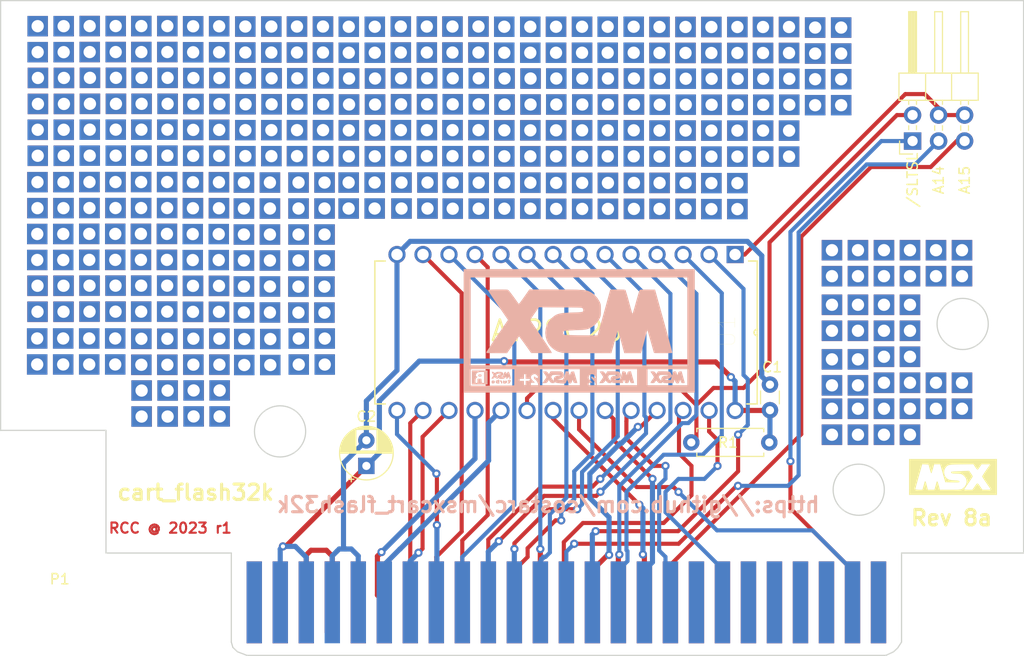
<source format=kicad_pcb>
(kicad_pcb (version 20240108) (generator "pcbnew") (generator_version "8.0")
  (title_block (title "MSX EEPROM Cartridge") (date "2023-03-17") (rev "8a") (company "RCC"))
  (layers (0 "F.Cu" signal) (31 "B.Cu" signal) (34 "B.Paste" user) (35 "F.Paste" user) (36 "B.SilkS" user "B.Silkscreen") (37 "F.SilkS" user "F.Silkscreen") (38 "B.Mask" user) (39 "F.Mask" user) (44 "Edge.Cuts" user))
  (net 0 "")
  (net 1 "+5V")
  (net 2 "GNDREF")
  (net 3 "A14")
  (net 4 "Net-(P1-Pad44)")
  (net 5 "D6")
  (net 6 "D4")
  (net 7 "D2")
  (net 8 "D0")
  (net 9 "A4")
  (net 10 "A2")
  (net 11 "A0")
  (net 12 "A13")
  (net 13 "A8")
  (net 14 "A6")
  (net 15 "A10")
  (net 16 "D7")
  (net 17 "D5")
  (net 18 "D3")
  (net 19 "D1")
  (net 20 "A5")
  (net 21 "A3")
  (net 22 "A1")
  (net 23 "A12")
  (net 24 "A7")
  (net 25 "A11")
  (net 26 "A9")
  (net 27 "wr")
  (net 28 "cs2")
  (net 29 "cs12")
  (net 30 "cs1")
  (net 31 "sltsl")
  (net 36 "A15")
  (net 39 "rd")
  (net 48 "mem_A14")
  (net 49 "mem_ce")
  (footprint "Connector_Wire:SolderWirePad_2x02_P2.54mm_Drill0.8mm" (layer "F.Cu") (at 92.22678 30.719363)
    (property "Reference" "_" (hide yes))
    (property "Value" "_" (hide yes))
  )
  (footprint "Connector_Wire:SolderWirePad_2x02_P2.54mm_Drill0.8mm" (layer "F.Cu") (at 87.18234 30.719363)
    (property "Reference" "_" (hide yes))
    (property "Value" "_" (hide yes))
  )
  (footprint "Connector_Wire:SolderWirePad_2x02_P2.54mm_Drill0.8mm" (layer "F.Cu") (at 77.04266 30.719363)
    (property "Reference" "_" (hide yes))
    (property "Value" "_" (hide yes))
  )
  (footprint "Connector_Wire:SolderWirePad_2x02_P2.54mm_Drill0.8mm" (layer "F.Cu") (at 82.10234 30.739683)
    (property "Reference" "_" (hide yes))
    (property "Value" "_" (hide yes))
  )
  (footprint "Connector_Wire:SolderWirePad_2x02_P2.54mm_Drill0.8mm" (layer "F.Cu") (at 71.99822 30.719363)
    (property "Reference" "_" (hide yes))
    (property "Value" "_" (hide yes))
  )
  (footprint "Connector_Wire:SolderWirePad_2x02_P2.54mm_Drill0.8mm" (layer "F.Cu") (at 66.90298 30.693963)
    (property "Reference" "_" (hide yes))
    (property "Value" "_" (hide yes))
  )
  (footprint "Connector_Wire:SolderWirePad_2x02_P2.54mm_Drill0.8mm" (layer "F.Cu") (at 56.79886 30.673643)
    (property "Reference" "_" (hide yes))
    (property "Value" "_" (hide yes))
  )
  (footprint "Connector_Wire:SolderWirePad_2x02_P2.54mm_Drill0.8mm" (layer "F.Cu") (at 97.28646 30.739683)
    (property "Reference" "_" (hide yes))
    (property "Value" "_" (hide yes))
  )
  (footprint "Connector_Wire:SolderWirePad_2x02_P2.54mm_Drill0.8mm" (layer "F.Cu") (at 66.88266 45.939043)
    (property "Reference" "_" (hide yes))
    (property "Value" "_" (hide yes))
  )
  (footprint "Connector_Wire:SolderWirePad_2x02_P2.54mm_Drill0.8mm" (layer "F.Cu") (at 56.77854 45.918723)
    (property "Reference" "_" (hide yes))
    (property "Value" "_" (hide yes))
  )
  (footprint "Connector_Wire:SolderWirePad_2x02_P2.54mm_Drill0.8mm" (layer "F.Cu") (at 61.87014 66.294603)
    (property "Reference" "_" (hide yes))
    (property "Value" "_" (hide yes))
  )
  (footprint "Connector_Wire:SolderWirePad_2x02_P2.54mm_Drill0.8mm" (layer "F.Cu") (at 66.92474 61.224763)
    (property "Reference" "_" (hide yes))
    (property "Value" "_" (hide yes))
  )
  (footprint "MyFootprints:DIP254P1524X482-28" (layer "F.Cu") (at 86.80896 68.240243 -90)
    (property "Reference" "U1")
    (property "Value" "AT28C256-15PU")
  )
  (footprint "MyFootprints:msxlogo" (layer "F.Cu") (at 141.081751 74.716969)
    (property "Reference" "G***" (hide yes))
    (property "Value" "LOGO" (hide yes))
  )
  (footprint "Connector_Wire:SolderWirePad_2x02_P2.54mm_Drill0.8mm" (layer "F.Cu") (at 61.84474 61.234923)
    (property "Reference" "_" (hide yes))
    (property "Value" "_" (hide yes))
  )
  (footprint "Connector_Wire:SolderWirePad_2x02_P2.54mm_Drill0.8mm" (layer "F.Cu") (at 66.95014 66.284443)
    (property "Reference" "_" (hide yes))
    (property "Value" "_" (hide yes))
  )
  (footprint "Connector_Wire:SolderWirePad_2x02_P2.54mm_Drill0.8mm" (layer "F.Cu") (at 87.20774 35.779043)
    (property "Reference" "_" (hide yes))
    (property "Value" "_" (hide yes))
  )
  (footprint "Connector_Wire:SolderWirePad_2x02_P2.54mm_Drill0.8mm" (layer "F.Cu") (at 102.34106 30.739683)
    (property "Reference" "_" (hide yes))
    (property "Value" "_" (hide yes))
  )
  (footprint "Connector_Wire:SolderWirePad_2x02_P2.54mm_Drill0.8mm" (layer "F.Cu") (at 61.8433 30.673643)
    (property "Reference" "_" (hide yes))
    (property "Value" "_" (hide yes))
  )
  (footprint "Connector_Wire:SolderWirePad_2x02_P2.54mm_Drill0.8mm" (layer "F.Cu") (at 72.02362 35.779043)
    (property "Reference" "_" (hide yes))
    (property "Value" "_" (hide yes))
  )
  (footprint "Connector_Wire:SolderWirePad_2x02_P2.54mm_Drill0.8mm" (layer "F.Cu") (at 77.06806 35.779043)
    (property "Reference" "_" (hide yes))
    (property "Value" "_" (hide yes))
  )
  (footprint "Connector_Wire:SolderWirePad_2x02_P2.54mm_Drill0.8mm" (layer "F.Cu") (at 51.71886 30.683803)
    (property "Reference" "_" (hide yes))
    (property "Value" "_" (hide yes))
  )
  (footprint "Connector_Wire:SolderWirePad_2x02_P2.54mm_Drill0.8mm" (layer "F.Cu") (at 66.92838 35.753643)
    (property "Reference" "_" (hide yes))
    (property "Value" "_" (hide yes))
  )
  (footprint "Connector_Wire:SolderWirePad_2x02_P2.54mm_Drill0.8mm" (layer "F.Cu") (at 56.82426 35.733323)
    (property "Reference" "_" (hide yes))
    (property "Value" "_" (hide yes))
  )
  (footprint "Connector_Wire:SolderWirePad_2x02_P2.54mm_Drill0.8mm" (layer "F.Cu") (at 92.25218 35.779043)
    (property "Reference" "_" (hide yes))
    (property "Value" "_" (hide yes))
  )
  (footprint "Connector_Wire:SolderWirePad_2x02_P2.54mm_Drill0.8mm" (layer "F.Cu") (at 97.31186 35.799363)
    (property "Reference" "_" (hide yes))
    (property "Value" "_" (hide yes))
  )
  (footprint "Connector_Wire:SolderWirePad_2x02_P2.54mm_Drill0.8mm" (layer "F.Cu") (at 102.34614 40.864123)
    (property "Reference" "_" (hide yes))
    (property "Value" "_" (hide yes))
  )
  (footprint "Connector_Wire:SolderWirePad_2x02_P2.54mm_Drill0.8mm" (layer "F.Cu") (at 87.18742 40.843803)
    (property "Reference" "_" (hide yes))
    (property "Value" "_" (hide yes))
  )
  (footprint "Connector_Wire:SolderWirePad_2x02_P2.54mm_Drill0.8mm" (layer "F.Cu") (at 92.23186 40.843803)
    (property "Reference" "_" (hide yes))
    (property "Value" "_" (hide yes))
  )
  (footprint "Connector_Wire:SolderWirePad_2x02_P2.54mm_Drill0.8mm" (layer "F.Cu") (at 97.29154 40.864123)
    (property "Reference" "_" (hide yes))
    (property "Value" "_" (hide yes))
  )
  (footprint "Capacitor_THT:CP_Radial_D5.0mm_P2.50mm" (layer "F.Cu") (at 83.82 73.66 90)
    (property "Reference" "C2")
    (property "Value" "100uF" (hide yes))
  )
  (footprint "Resistor_THT:R_Axial_DIN0207_L6.3mm_D2.5mm_P7.62mm_Horizontal" (layer "F.Cu") (at 123.16906 71.364443 180)
    (property "Reference" "R1")
    (property "Value" "10K" (hide yes))
  )
  (footprint "Capacitor_THT:C_Disc_D3.0mm_W1.6mm_P2.50mm" (layer "F.Cu") (at 123.23256 68.214843 90)
    (property "Reference" "C1")
    (property "Value" "100nF" (hide yes))
  )
  (footprint "Roni Footprints:MSX_CART_SW_Official_3Holes" (layer "F.Cu") (at 97.051146 56.78641)
    (property "Reference" "P1")
    (property "Value" "MSX_CONNECTOR")
    (fp_line (start -48.95 13.4) (end -48.95 -28.6) (stroke (width 0.12)) (layer "Edge.Cuts"))
    (fp_line (start -48.95 13.4) (end -38.66 13.4) (stroke (width 0.12)) (layer "Edge.Cuts"))
    (fp_line (start -38.66 13.4) (end -38.66 25.388435) (stroke (width 0.12)) (layer "Edge.Cuts"))
    (fp_line (start -38.66 25.388435) (end -26.42 25.388435) (stroke (width 0.12)) (layer "Edge.Cuts"))
    (fp_line (start -26.42 34.091713) (end -26.42 25.388435) (stroke (width 0.12)) (layer "Edge.Cuts"))
    (fp_line (start -26.42 34.091713) (end -26.268836 34.609987) (stroke (width 0.12)) (layer "Edge.Cuts"))
    (fp_line (start -26.268836 34.609987) (end -25.815346 35.041883) (stroke (width 0.12)) (layer "Edge.Cuts"))
    (fp_line (start -25.815346 35.041883) (end -24.892279 35.390806) (stroke (width 0.12)) (layer "Edge.Cuts"))
    (fp_line (start -24.892279 35.390806) (end 37.500957 35.390806) (stroke (width 0.12)) (layer "Edge.Cuts"))
    (fp_line (start 37.500957 35.390806) (end 38.24498 35.044512) (stroke (width 0.12)) (layer "Edge.Cuts"))
    (fp_line (start 38.24498 35.044512) (end 38.647705 34.674006) (stroke (width 0.12)) (layer "Edge.Cuts"))
    (fp_line (start 38.647705 34.674006) (end 39.03 34.091713) (stroke (width 0.12)) (layer "Edge.Cuts"))
    (fp_line (start 39.03 25.388435) (end 39.03 34.091713) (stroke (width 0.12)) (layer "Edge.Cuts"))
    (fp_line (start 39.03 25.388435) (end 50.95 25.388435) (stroke (width 0.12)) (layer "Edge.Cuts"))
    (fp_line (start 50.95 -28.6) (end -48.95 -28.6) (stroke (width 0.12)) (layer "Edge.Cuts"))
    (fp_line (start 50.95 -28.6) (end 50.95 25.388435) (stroke (width 0.12)) (layer "Edge.Cuts"))
    (fp_circle (center -21.66 13.5) (end -19.16 13.5) (stroke (width 0.12)) (fill none) (layer "Edge.Cuts"))
    (fp_circle (center 34.85 19.2) (end 37.35 19.2) (stroke (width 0.12)) (fill none) (layer "Edge.Cuts"))
    (fp_circle (center 45 3) (end 47.5 3) (stroke (width 0.12)) (fill none) (layer "Edge.Cuts"))
  )
  (footprint "Connector_Wire:SolderWirePad_2x02_P2.54mm_Drill0.8mm" (layer "F.Cu") (at 61.80266 50.983483)
    (property "Reference" "_" (hide yes))
    (property "Value" "_" (hide yes))
  )
  (footprint "Connector_Wire:SolderWirePad_2x02_P2.54mm_Drill0.8mm" (layer "F.Cu") (at 51.70362 56.053323)
    (property "Reference" "_" (hide yes))
    (property "Value" "_" (hide yes))
  )
  (footprint "Connector_Wire:SolderWirePad_2x02_P2.54mm_Drill0.8mm" (layer "F.Cu") (at 56.78362 56.043163)
    (property "Reference" "_" (hide yes))
    (property "Value" "_" (hide yes))
  )
  (footprint "Connector_Wire:SolderWirePad_2x02_P2.54mm_Drill0.8mm" (layer "F.Cu") (at 51.67822 50.993643)
    (property "Reference" "_" (hide yes))
    (property "Value" "_" (hide yes))
  )
  (footprint "Connector_Wire:SolderWirePad_2x02_P2.54mm_Drill0.8mm" (layer "F.Cu") (at 66.88774 56.063483)
    (property "Reference" "_" (hide yes))
    (property "Value" "_" (hide yes))
  )
  (footprint "Connector_Wire:SolderWirePad_2x02_P2.54mm_Drill0.8mm" (layer "F.Cu") (at 51.69854 45.928883)
    (property "Reference" "_" (hide yes))
    (property "Value" "_" (hide yes))
  )
  (footprint "Connector_Wire:SolderWirePad_2x02_P2.54mm_Drill0.8mm" (layer "F.Cu") (at 61.82298 45.918723)
    (property "Reference" "_" (hide yes))
    (property "Value" "_" (hide yes))
  )
  (footprint "Connector_Wire:SolderWirePad_2x02_P2.54mm_Drill0.8mm" (layer "F.Cu") (at 61.82806 56.043163)
    (property "Reference" "_" (hide yes))
    (property "Value" "_" (hide yes))
  )
  (footprint "Connector_Wire:SolderWirePad_2x02_P2.54mm_Drill0.8mm" (layer "F.Cu") (at 102.36646 35.799363)
    (property "Reference" "_" (hide yes))
    (property "Value" "_" (hide yes))
  )
  (footprint "Connector_Wire:SolderWirePad_2x02_P2.54mm_Drill0.8mm" (layer "F.Cu") (at 56.80394 40.798083)
    (property "Reference" "_" (hide yes))
    (property "Value" "_" (hide yes))
  )
  (footprint "Connector_Wire:SolderWirePad_2x02_P2.54mm_Drill0.8mm" (layer "F.Cu") (at 61.84838 40.798083)
    (property "Reference" "_" (hide yes))
    (property "Value" "_" (hide yes))
  )
  (footprint "Connector_Wire:SolderWirePad_2x02_P2.54mm_Drill0.8mm" (layer "F.Cu") (at 82.12774 35.799363)
    (property "Reference" "_" (hide yes))
    (property "Value" "_" (hide yes))
  )
  (footprint "Connector_Wire:SolderWirePad_2x02_P2.54mm_Drill0.8mm" (layer "F.Cu") (at 61.8687 35.733323)
    (property "Reference" "_" (hide yes))
    (property "Value" "_" (hide yes))
  )
  (footprint "Connector_Wire:SolderWirePad_2x02_P2.54mm_Drill0.8mm" (layer "F.Cu") (at 72.0033 40.843803)
    (property "Reference" "_" (hide yes))
    (property "Value" "_" (hide yes))
  )
  (footprint "Connector_Wire:SolderWirePad_2x02_P2.54mm_Drill0.8mm" (layer "F.Cu") (at 77.04774 40.843803)
    (property "Reference" "_" (hide yes))
    (property "Value" "_" (hide yes))
  )
  (footprint "Connector_Wire:SolderWirePad_2x02_P2.54mm_Drill0.8mm" (layer "F.Cu") (at 82.10742 40.864123)
    (property "Reference" "_" (hide yes))
    (property "Value" "_" (hide yes))
  )
  (footprint "Connector_Wire:SolderWirePad_2x02_P2.54mm_Drill0.8mm" (layer "F.Cu") (at 51.72394 40.808243)
    (property "Reference" "_" (hide yes))
    (property "Value" "_" (hide yes))
  )
  (footprint "Connector_Wire:SolderWirePad_2x02_P2.54mm_Drill0.8mm" (layer "F.Cu") (at 66.90806 40.818403)
    (property "Reference" "_" (hide yes))
    (property "Value" "_" (hide yes))
  )
  (footprint "Connector_Wire:SolderWirePad_2x02_P2.54mm_Drill0.8mm" (layer "F.Cu") (at 51.74426 35.743483)
    (property "Reference" "_" (hide yes))
    (property "Value" "_" (hide yes))
  )
  (footprint "Connector_Wire:SolderWirePad_2x02_P2.54mm_Drill0.8mm" (layer "F.Cu") (at 56.75822 50.983483)
    (property "Reference" "_" (hide yes))
    (property "Value" "_" (hide yes))
  )
  (footprint "Connector_Wire:SolderWirePad_2x02_P2.54mm_Drill0.8mm" (layer "F.Cu") (at 66.86234 51.003803)
    (property "Reference" "_" (hide yes))
    (property "Value" "_" (hide yes))
  )
  (footprint "Connector_Wire:SolderWirePad_2x02_P2.54mm_Drill0.8mm" (layer "F.Cu") (at 112.45026 40.884443)
    (property "Reference" "_" (hide yes))
    (property "Value" "_" (hide yes))
  )
  (footprint "Connector_Wire:SolderWirePad_2x02_P2.54mm_Drill0.8mm" (layer "F.Cu") (at 112.47058 35.819683)
    (property "Reference" "_" (hide yes))
    (property "Value" "_" (hide yes))
  )
  (footprint "Connector_Wire:SolderWirePad_2x02_P2.54mm_Drill0.8mm" (layer "F.Cu") (at 117.51502 40.889523)
    (property "Reference" "_" (hide yes))
    (property "Value" "_" (hide yes))
  )
  (footprint "Connector_Wire:SolderWirePad_2x02_P2.54mm_Drill0.8mm" (layer "F.Cu") (at 122.55946 40.889523)
    (property "Reference" "_" (hide yes))
    (property "Value" "_" (hide yes))
  )
  (footprint "Connector_Wire:SolderWirePad_2x02_P2.54mm_Drill0.8mm" (layer "F.Cu") (at 107.39058 40.864123)
    (property "Reference" "_" (hide yes))
    (property "Value" "_" (hide yes))
  )
  (footprint "Connector_Wire:SolderWirePad_2x02_P2.54mm_Drill0.8mm" (layer "F.Cu") (at 117.53534 35.824763)
    (property "Reference" "_" (hide yes))
    (property "Value" "_" (hide yes))
  )
  (footprint "Connector_Wire:SolderWirePad_2x02_P2.54mm_Drill0.8mm" (layer "F.Cu") (at 107.4109 35.799363)
    (property "Reference" "_" (hide yes))
    (property "Value" "_" (hide yes))
  )
  (footprint "Connector_Wire:SolderWirePad_2x02_P2.54mm_Drill0.8mm" (layer "F.Cu") (at 122.57978 35.824763)
    (property "Reference" "_" (hide yes))
    (property "Value" "_" (hide yes))
  )
  (footprint "Connector_Wire:SolderWirePad_2x02_P2.54mm_Drill0.8mm" (layer "F.Cu") (at 117.50994 30.765083)
    (property "Reference" "_" (hide yes))
    (property "Value" "_" (hide yes))
  )
  (footprint "Connector_Wire:SolderWirePad_2x02_P2.54mm_Drill0.8mm" (layer "F.Cu") (at 112.44518 30.760003)
    (property "Reference" "_" (hide yes))
    (property "Value" "_" (hide yes))
  )
  (footprint "Connector_Wire:SolderWirePad_2x02_P2.54mm_Drill0.8mm" (layer "F.Cu") (at 122.55438 30.765083)
    (property "Reference" "_" (hide yes))
    (property "Value" "_" (hide yes))
  )
  (footprint "Connector_Wire:SolderWirePad_2x02_P2.54mm_Drill0.8mm" (layer "F.Cu") (at 107.3855 30.739683)
    (property "Reference" "_" (hide yes))
    (property "Value" "_" (hide yes))
  )
  (footprint "Connector_PinHeader_2.54mm:PinHeader_2x03_P2.54mm_Horizontal" (layer "F.Cu") (at 137.16 41.91 90)
    (property "Reference" "J1" (hide yes))
    (property "Value" "Conn_02x07_Odd_Even" (hide yes))
  )
  (footprint "Connector_Wire:SolderWirePad_2x02_P2.54mm_Drill0.8mm" (layer "F.Cu") (at 134.366 62.992)
    (property "Reference" "_" (hide yes))
    (property "Value" "_" (hide yes))
  )
  (footprint "Connector_Wire:SolderWirePad_2x02_P2.54mm_Drill0.8mm" (layer "F.Cu") (at 71.86106 56.124443)
    (property "Reference" "_" (hide yes))
    (property "Value" "_" (hide yes))
  )
  (footprint "Connector_Wire:SolderWirePad_2x02_P2.54mm_Drill0.8mm" (layer "F.Cu") (at 102.353997 46.001757)
    (property "Reference" "_" (hide yes))
    (property "Value" "_" (hide yes))
  )
  (footprint "Connector_Wire:SolderWirePad_2x02_P2.54mm_Drill0.8mm" (layer "F.Cu") (at 92.249877 45.981437)
    (property "Reference" "_" (hide yes))
    (property "Value" "_" (hide yes))
  )
  (footprint "Connector_Wire:SolderWirePad_2x02_P2.54mm_Drill0.8mm" (layer "F.Cu") (at 134.366 52.578)
    (property "Reference" "_" (hide yes))
    (property "Value" "_" (hide yes))
  )
  (footprint "Connector_Wire:SolderWirePad_2x02_P2.54mm_Drill0.8mm" (layer "F.Cu") (at 97.294317 45.981437)
    (property "Reference" "_" (hide yes))
    (property "Value" "_" (hide yes))
  )
  (footprint "Connector_Wire:SolderWirePad_2x02_P2.54mm_Drill0.8mm" (layer "F.Cu") (at 129.286 52.578)
    (property "Reference" "_" (hide yes))
    (property "Value" "_" (hide yes))
  )
  (footprint "Connector_Wire:SolderWirePad_2x02_P2.54mm_Drill0.8mm" (layer "F.Cu") (at 129.286 68.072)
    (property "Reference" "_" (hide yes))
    (property "Value" "_" (hide yes))
  )
  (footprint "Connector_Wire:SolderWirePad_2x02_P2.54mm_Drill0.8mm" (layer "F.Cu") (at 77.19506 51.044443)
    (property "Reference" "_" (hide yes))
    (property "Value" "_" (hide yes))
  )
  (footprint "Connector_Wire:SolderWirePad_2x02_P2.54mm_Drill0.8mm" (layer "F.Cu") (at 127.645549 30.819261)
    (property "Reference" "_" (hide yes))
    (property "Value" "_" (hide yes))
  )
  (footprint "Connector_Wire:SolderWirePad_2x02_P2.54mm_Drill0.8mm" (layer "F.Cu") (at 51.671416 61.204443)
    (property "Reference" "_" (hide yes))
    (property "Value" "_" (hide yes))
  )
  (footprint "Connector_Wire:SolderWirePad_2x02_P2.54mm_Drill0.8mm" (layer "F.Cu") (at 139.446 52.578)
    (property "Reference" "_" (hide yes))
    (property "Value" "_" (hide yes))
  )
  (footprint "Connector_Wire:SolderWirePad_2x02_P2.54mm_Drill0.8mm" (layer "F.Cu") (at 71.86106 51.044443)
    (property "Reference" "_" (hide yes))
    (property "Value" "_" (hide yes))
  )
  (footprint "Connector_Wire:SolderWirePad_2x02_P2.54mm_Drill0.8mm" (layer "F.Cu") (at 71.895836 61.260116)
    (property "Reference" "_" (hide yes))
    (property "Value" "_" (hide yes))
  )
  (footprint "Connector_Wire:SolderWirePad_2x02_P2.54mm_Drill0.8mm" (layer "F.Cu") (at 71.86106 45.964443)
    (property "Reference" "_" (hide yes))
    (property "Value" "_" (hide yes))
  )
  (footprint "Connector_Wire:SolderWirePad_2x02_P2.54mm_Drill0.8mm" (layer "F.Cu") (at 127.645549 35.866288)
    (property "Reference" "_" (hide yes))
    (property "Value" "_" (hide yes))
  )
  (footprint "Connector_Wire:SolderWirePad_2x02_P2.54mm_Drill0.8mm" (layer "F.Cu") (at 77.19506 45.964443)
    (property "Reference" "_" (hide yes))
    (property "Value" "_" (hide yes))
  )
  (footprint "Connector_Wire:SolderWirePad_2x02_P2.54mm_Drill0.8mm" (layer "F.Cu") (at 134.366 68.072)
    (property "Reference" "_" (hide yes))
    (property "Value" "_" (hide yes))
  )
  (footprint "Connector_Wire:SolderWirePad_2x02_P2.54mm_Drill0.8mm" (layer "F.Cu") (at 77.184809 56.138163)
    (property "Reference" "_" (hide yes))
    (property "Value" "_" (hide yes))
  )
  (footprint "Connector_Wire:SolderWirePad_2x02_P2.54mm_Drill0.8mm" (layer "F.Cu") (at 139.446 65.532)
    (property "Reference" "_" (hide yes))
    (property "Value" "_" (hide yes))
  )
  (footprint "Connector_Wire:SolderWirePad_2x02_P2.54mm_Drill0.8mm" (layer "F.Cu") (at 117.512717 46.022077)
    (property "Reference" "_" (hide yes))
    (property "Value" "_" (hide yes))
  )
  (footprint "Connector_Wire:SolderWirePad_2x02_P2.54mm_Drill0.8mm" (layer "F.Cu") (at 87.24893 45.965859)
    (property "Reference" "_" (hide yes))
    (property "Value" "_" (hide yes))
  )
  (footprint "Connector_Wire:SolderWirePad_2x02_P2.54mm_Drill0.8mm" (layer "F.Cu") (at 134.366 57.912)
    (property "Reference" "_" (hide yes))
    (property "Value" "_" (hide yes))
  )
  (footprint "Connector_Wire:SolderWirePad_2x02_P2.54mm_Drill0.8mm" (layer "F.Cu") (at 107.408597 46.001757)
    (property "Reference" "_" (hide yes))
    (property "Value" "_" (hide yes))
  )
  (footprint "Connector_Wire:SolderWirePad_2x02_P2.54mm_Drill0.8mm" (layer "F.Cu") (at 129.286 57.912)
    (property "Reference" "_" (hide yes))
    (property "Value" "_" (hide yes))
  )
  (footprint "Connector_Wire:SolderWirePad_2x02_P2.54mm_Drill0.8mm" (layer "F.Cu") (at 112.453037 46.001757)
    (property "Reference" "_" (hide yes))
    (property "Value" "_" (hide yes))
  )
  (footprint "Connector_Wire:SolderWirePad_2x02_P2.54mm_Drill0.8mm" (layer "F.Cu") (at 77.216 61.214)
    (property "Reference" "_" (hide yes))
    (property "Value" "_" (hide yes))
  )
  (footprint "Connector_Wire:SolderWirePad_2x02_P2.54mm_Drill0.8mm" (layer "F.Cu") (at 129.286 63.246)
    (property "Reference" "_" (hide yes))
    (property "Value" "_" (hide yes))
  )
  (footprint "Connector_Wire:SolderWirePad_2x02_P2.54mm_Drill0.8mm" (layer "F.Cu") (at 82.088983 45.965859)
    (property "Reference" "_" (hide yes))
    (property "Value" "_" (hide yes))
  )
  (footprint "Connector_Wire:SolderWirePad_2x02_P2.54mm_Drill0.8mm" (layer "F.Cu") (at 56.752434 61.204443)
    (property "Reference" "_" (hide yes))
    (property "Value" "_" (hide yes))
  )
  (footprint "MyFootprints:msx_msx2_msx+logo" (layer "B.Cu") (at 104.62706 60.442443 180)
    (property "Reference" "G***" (hide yes))
    (property "Value" "LOGO" (hide yes))
  )
  (gr_text "https://github.com/costarc/msxcart_flash32k" (at 101.57906 77.460443 0) (layer "B.SilkS") (effects (font (size 1.5 1.5) (thickness 0.3)) (justify mirror)))
  (gr_text "A15" (at 142.24 45.72 90) (layer "F.SilkS") (effects (font (size 1 1))))
  (gr_text "AT28C256" (at 103.378 60.452 0) (layer "F.SilkS") (effects (font (size 2 2) (thickness 0.25))))
  (gr_text "/SLTSL" (at 137.16 45.72 90) (layer "F.SilkS") (effects (font (size 1 1))))
  (gr_text "Rev 8a" (at 140.97 78.74 0) (layer "F.SilkS") (effects (font (size 1.5 1.5) (thickness 0.3))))
  (gr_text "A14" (at 139.7 45.72 90) (layer "F.SilkS") (effects (font (size 1 1))))
  (gr_text "cart_flash32k" (at 67.1468 76.255236 0) (layer "F.SilkS") (effects (font (size 1.5 1.5) (thickness 0.3))))
  (segment (start 123.20716 68.240243) (end 123.23256 68.214843) (width 0.5) (layer "F.Cu") (net 1))
  (segment (start 119.82896 68.240243) (end 123.20716 68.240243) (width 0.5) (layer "F.Cu") (net 1))
  (segment (start 97.347431 63.5) (end 97.267357 63.419926) (width 0.5) (layer "F.Cu") (net 1))
  (segment (start 119.416893 64.980926) (end 117.935967 63.5) (width 0.5) (layer "F.Cu") (net 1))
  (segment (start 117.935967 63.5) (end 97.347431 63.5) (width 0.5) (layer "F.Cu") (net 1))
  (segment (start 75.67106 81.524443) (end 75.955557 81.524443) (width 0.5) (layer "F.Cu") (net 1))
  (segment (start 75.955557 81.524443) (end 83.82 73.66) (width 0.5) (layer "F.Cu") (net 1))
  (via (at 75.67106 81.524443) (size 0.8) (drill 0.4) (layers "F.Cu" "B.Cu") (net 1))
  (via (at 119.416893 64.980926) (size 0.8) (drill 0.4) (layers "F.Cu" "B.Cu") (net 1))
  (via (at 97.267357 63.419926) (size 0.8) (drill 0.4) (layers "F.Cu" "B.Cu") (net 1))
  (segment (start 75.4069 86.957883) (end 75.4069 81.788603) (width 0.5) (layer "B.Cu") (net 1))
  (segment (start 75.4069 81.788603) (end 75.67106 81.524443) (width 0.5) (layer "B.Cu") (net 1))
  (segment (start 123.23256 68.214843) (end 123.23256 71.300943) (width 0.5) (layer "B.Cu") (net 1))
  (segment (start 123.23256 71.300943) (end 123.16906 71.364443) (width 0.5) (layer "B.Cu") (net 1))
  (segment (start 76.87906 81.524443) (end 77.9469 82.592283) (width 0.5) (layer "B.Cu") (net 1))
  (segment (start 88.980074 63.419926) (end 85.09 67.31) (width 0.5) (layer "B.Cu") (net 1))
  (segment (start 77.9469 82.592283) (end 77.9469 86.957883) (width 0.5) (layer "B.Cu") (net 1))
  (segment (start 85.09 72.39) (end 83.82 73.66) (width 0.5) (layer "B.Cu") (net 1))
  (segment (start 85.09 67.31) (end 85.09 72.39) (width 0.5) (layer "B.Cu") (net 1))
  (segment (start 119.82896 68.240243) (end 119.82896 65.392993) (width 0.5) (layer "B.Cu") (net 1))
  (segment (start 75.67106 81.524443) (end 76.87906 81.524443) (width 0.5) (layer "B.Cu") (net 1))
  (segment (start 97.267357 63.419926) (end 88.980074 63.419926) (width 0.5) (layer "B.Cu") (net 1))
  (segment (start 119.82896 65.392993) (end 119.416893 64.980926) (width 0.5) (layer "B.Cu") (net 1))
  (segment (start 82.34746 81.778443) (end 83.0269 82.457883) (width 0.5) (layer "B.Cu") (net 2))
  (segment (start 80.9587 81.986083) (end 81.16634 81.778443) (width 0.5) (layer "B.Cu") (net 2))
  (segment (start 83.0269 82.457883) (end 83.0269 86.957883) (width 0.5) (layer "B.Cu") (net 2))
  (segment (start 81.76706 81.778443) (end 82.34746 81.778443) (width 0.5) (layer "B.Cu") (net 2))
  (segment (start 81.16634 81.778443) (end 81.76706 81.778443) (width 0.5) (layer "B.Cu") (net 2))
  (segment (start 83.82 71.16) (end 83.82 67.31) (width 0.5) (layer "B.Cu") (net 2))
  (segment (start 86.80896 64.32104) (end 86.80896 53.000243) (width 0.5) (layer "B.Cu") (net 2))
  (segment (start 80.4869 82.457883) (end 80.4869 86.957883) (width 0.5) (layer "B.Cu") (net 2))
  (segment (start 87.647159 52.162044) (end 86.80896 53.000243) (width 0.5) (layer "B.Cu") (net 2))
  (segment (start 83.82 67.31) (end 86.80896 64.32104) (width 0.5) (layer "B.Cu") (net 2))
  (segment (start 81.76706 81.778443) (end 81.585598 81.596981) (width 0.5) (layer "B.Cu") (net 2))
  (segment (start 81.585598 81.596981) (end 81.585598 73.394402) (width 0.5) (layer "B.Cu") (net 2))
  (segment (start 88.097161 51.712042) (end 87.647159 52.162044) (width 0.5) (layer "B.Cu") (net 2))
  (segment (start 122.432561 64.914844) (end 122.432561 53.117442) (width 0.5) (layer "B.Cu") (net 2))
  (segment (start 121.027161 51.712042) (end 88.097161 51.712042) (width 0.5) (layer "B.Cu") (net 2))
  (segment (start 122.432561 53.117442) (end 121.027161 51.712042) (width 0.5) (layer "B.Cu") (net 2))
  (segment (start 123.23256 65.714843) (end 122.432561 64.914844) (width 0.5) (layer "B.Cu") (net 2))
  (segment (start 80.9587 81.986083) (end 80.4869 82.457883) (width 0.5) (layer "B.Cu") (net 2))
  (segment (start 81.585598 73.394402) (end 83.82 71.16) (width 0.5) (layer "B.Cu") (net 2))
  (segment (start 114.309557 81.270443) (end 104.11906 81.270443) (width 0.4) (layer "F.Cu") (net 3))
  (segment (start 119.97004 75.60996) (end 114.309557 81.270443) (width 0.4) (layer "F.Cu") (net 3))
  (segment (start 120.109375 75.60996) (end 119.97004 75.60996) (width 0.4) (layer "F.Cu") (net 3))
  (via (at 120.109375 75.60996) (size 0.8) (drill 0.4) (layers "F.Cu" "B.Cu") (net 3))
  (via (at 104.11906 81.270443) (size 0.8) (drill 0.4) (layers "F.Cu" "B.Cu") (net 3))
  (segment (start 137.414 44.196) (end 139.7 41.91) (width 0.4) (layer "B.Cu") (net 3))
  (segment (start 124.994799 75.60996) (end 126.033038 74.571721) (width 0.4) (layer "B.Cu") (net 3))
  (segment (start 132.674528 44.196) (end 137.414 44.196) (width 0.4) (layer "B.Cu") (net 3))
  (segment (start 103.3469 82.042603) (end 103.3469 86.957883) (width 0.4) (layer "B.Cu") (net 3))
  (segment (start 104.11906 81.270443) (end 103.3469 82.042603) (width 0.4) (layer "B.Cu") (net 3))
  (segment (start 120.109375 75.60996) (end 124.994799 75.60996) (width 0.4) (layer "B.Cu") (net 3))
  (segment (start 126.033038 74.571721) (end 126.033038 50.83749) (width 0.4) (layer "B.Cu") (net 3))
  (segment (start 126.033038 50.83749) (end 132.674528 44.196) (width 0.4) (layer "B.Cu") (net 3))
  (segment (start 77.953171 86.993612) (end 77.953171 82.362479) (width 0.5) (layer "F.Cu") (net 4))
  (segment (start 78.409521 81.906129) (end 79.918018 81.906129) (width 0.5) (layer "F.Cu") (net 4))
  (segment (start 80.487679 82.47579) (end 80.487679 86.48626) (width 0.5) (layer "F.Cu") (net 4))
  (segment (start 79.918018 81.906129) (end 80.487679 82.47579) (width 0.5) (layer "F.Cu") (net 4))
  (segment (start 77.953171 82.362479) (end 78.409521 81.906129) (width 0.5) (layer "F.Cu") (net 4))
  (segment (start 84.897661 86.288644) (end 85.5669 86.957883) (width 0.5) (layer "F.Cu") (net 5))
  (segment (start 84.897661 82.483242) (end 84.897661 86.288644) (width 0.5) (layer "F.Cu") (net 5))
  (segment (start 85.29766 82.083243) (end 84.897661 82.483242) (width 0.5) (layer "F.Cu") (net 5))
  (via (at 85.29766 82.083243) (size 0.8) (drill 0.4) (layers "F.Cu" "B.Cu") (net 5))
  (segment (start 94.42896 72.951943) (end 85.29766 82.083243) (width 0.5) (layer "B.Cu") (net 5))
  (segment (start 94.42896 68.240243) (end 94.42896 72.951943) (width 0.5) (layer "B.Cu") (net 5))
  (segment (start 88.1069 69.482303) (end 89.34896 68.240243) (width 0.4) (layer "F.Cu") (net 6))
  (segment (start 88.1069 86.957883) (end 88.1069 69.482303) (width 0.4) (layer "F.Cu") (net 6))
  (segment (start 93.127161 56.778444) (end 90.187159 53.838442) (width 0.4) (layer "F.Cu") (net 7))
  (segment (start 90.6469 86.957883) (end 90.6469 82.557883) (width 0.4) (layer "F.Cu") (net 7))
  (segment (start 90.187159 53.838442) (end 89.34896 53.000243) (width 0.4) (layer "F.Cu") (net 7))
  (segment (start 93.127161 80.077622) (end 93.127161 56.778444) (width 0.4) (layer "F.Cu") (net 7))
  (segment (start 90.6469 82.557883) (end 93.127161 80.077622) (width 0.4) (layer "F.Cu") (net 7))
  (segment (start 95.667161 54.238444) (end 95.267159 53.838442) (width 0.4) (layer "F.Cu") (net 8))
  (segment (start 95.267159 53.838442) (end 94.42896 53.000243) (width 0.4) (layer "F.Cu") (net 8))
  (segment (start 93.1869 80.94006) (end 95.667161 78.459799) (width 0.4) (layer "F.Cu") (net 8))
  (segment (start 93.1869 86.957883) (end 93.1869 80.94006) (width 0.4) (layer "F.Cu") (net 8))
  (segment (start 95.667161 78.459799) (end 95.667161 54.238444) (width 0.4) (layer "F.Cu") (net 8))
  (segment (start 95.7269 80.8586) (end 95.7269 86.957883) (width 0.4) (layer "F.Cu") (net 9))
  (segment (start 105.906613 75.682447) (end 100.903053 75.682447) (width 0.4) (layer "F.Cu") (net 9))
  (segment (start 106.65906 74.93) (end 105.906613 75.682447) (width 0.4) (layer "F.Cu") (net 9))
  (segment (start 100.903053 75.682447) (end 95.7269 80.8586) (width 0.4) (layer "F.Cu") (net 9))
  (via (at 106.65906 74.93) (size 0.8) (drill 0.4) (layers "F.Cu" "B.Cu") (net 9))
  (segment (start 106.65906 74.93) (end 106.68 74.93) (width 0.4) (layer "B.Cu") (net 9))
  (segment (start 111.129117 70.480883) (end 111.129117 68.91148) (width 0.4) (layer "B.Cu") (net 9))
  (segment (start 110.97076 56.842043) (end 107.12896 53.000243) (width 0.4) (layer "B.Cu") (net 9))
  (segment (start 110.97076 68.753123) (end 110.97076 56.842043) (width 0.4) (layer "B.Cu") (net 9))
  (segment (start 111.129117 68.91148) (end 110.97076 68.753123) (width 0.4) (layer "B.Cu") (net 9))
  (segment (start 106.68 74.93) (end 111.129117 70.480883) (width 0.4) (layer "B.Cu") (net 9))
  (segment (start 102.283379 78.984443) (end 102.849064 78.984443) (width 0.4) (layer "F.Cu") (net 10))
  (segment (start 99.5669 82.557883) (end 99.5669 81.700922) (width 0.4) (layer "F.Cu") (net 10))
  (segment (start 99.5669 81.700922) (end 102.283379 78.984443) (width 0.4) (layer "F.Cu") (net 10))
  (segment (start 98.2669 86.957883) (end 98.2669 83.857883) (width 0.4) (layer "F.Cu") (net 10))
  (segment (start 98.2669 83.857883) (end 99.5669 82.557883) (width 0.4) (layer "F.Cu") (net 10))
  (via (at 102.849064 78.984443) (size 0.8) (drill 0.4) (layers "F.Cu" "B.Cu") (net 10))
  (segment (start 104.11906 74.180644) (end 104.11906 76.894756) (width 0.4) (layer "B.Cu") (net 10))
  (segment (start 102.849064 78.164752) (end 102.849064 78.418758) (width 0.4) (layer "B.Cu") (net 10))
  (segment (start 105.890759 72.408945) (end 104.11906 74.180644) (width 0.4) (layer "B.Cu") (net 10))
  (segment (start 102.04896 53.000243) (end 105.890759 56.842042) (width 0.4) (layer "B.Cu") (net 10))
  (segment (start 104.11906 76.894756) (end 102.849064 78.164752) (width 0.4) (layer "B.Cu") (net 10))
  (segment (start 105.890759 56.842042) (end 105.890759 72.408945) (width 0.4) (layer "B.Cu") (net 10))
  (segment (start 102.849064 78.418758) (end 102.849064 78.984443) (width 0.4) (layer "B.Cu") (net 10))
  (segment (start 100.8069 86.957883) (end 100.8069 81.780982) (width 0.5) (layer "F.Cu") (net 11))
  (segment (start 100.8069 81.780982) (end 100.805608 81.77969) (width 0.5) (layer "F.Cu") (net 11))
  (via (at 100.805608 81.77969) (size 0.8) (drill 0.4) (layers "F.Cu" "B.Cu") (net 11))
  (segment (start 96.96896 53.000243) (end 100.805608 56.836891) (width 0.4) (layer "B.Cu") (net 11))
  (segment (start 100.805608 56.836891) (end 100.805608 81.77969) (width 0.4) (layer "B.Cu") (net 11))
  (segment (start 112.853046 79.238443) (end 115.57 76.521489) (width 0.4) (layer "F.Cu") (net 12))
  (segment (start 104.967058 79.238443) (end 112.853046 79.238443) (width 0.4) (layer "F.Cu") (net 12))
  (segment (start 103.3469 86.957883) (end 103.10306 86.714043) (width 0.4) (layer "F.Cu") (net 12))
  (segment (start 114.34906 72.43906) (end 114.34906 68.640143) (width 0.4) (layer "F.Cu") (net 12))
  (segment (start 115.57 73.66) (end 114.34906 72.43906) (width 0.4) (layer "F.Cu") (net 12))
  (segment (start 115.57 76.521489) (end 115.57 73.66) (width 0.4) (layer "F.Cu") (net 12))
  (segment (start 103.3469 83.857883) (end 103.3469 86.957883) (width 0.4) (layer "F.Cu") (net 12))
  (segment (start 103.10306 81.102441) (end 104.967058 79.238443) (width 0.4) (layer "F.Cu") (net 12))
  (segment (start 114.34906 68.640143) (end 114.74896 68.240243) (width 0.4) (layer "F.Cu") (net 12))
  (segment (start 103.10306 83.614043) (end 103.3469 83.857883) (width 0.4) (layer "F.Cu") (net 12))
  (segment (start 103.10306 86.714043) (end 103.10306 81.102441) (width 0.4) (layer "F.Cu") (net 12))
  (segment (start 110.599203 69.85) (end 112.20896 68.240243) (width 0.4) (layer "F.Cu") (net 13))
  (segment (start 105.8869 83.857883) (end 107.386882 82.357901) (width 0.5) (layer "F.Cu") (net 13))
  (segment (start 107.386882 82.357901) (end 107.520903 82.357901) (width 0.5) (layer "F.Cu") (net 13))
  (segment (start 105.8869 86.957883) (end 105.8869 83.857883) (width 0.5) (layer "F.Cu") (net 13))
  (segment (start 110.329117 69.85) (end 110.599203 69.85) (width 0.4) (layer "F.Cu") (net 13))
  (via (at 107.520903 82.357901) (size 0.8) (drill 0.4) (layers "F.Cu" "B.Cu") (net 13))
  (via (at 110.329117 69.85) (size 0.8) (drill 0.4) (layers "F.Cu" "B.Cu") (net 13))
  (segment (start 108.745366 71.433751) (end 108.63375 71.433751) (width 0.5) (layer "B.Cu") (net 13))
  (segment (start 105.64306 76.799834) (end 107.520903 78.677677) (width 0.5) (layer "B.Cu") (net 13))
  (segment (start 110.329117 69.85) (end 108.745366 71.433751) (width 0.5) (layer "B.Cu") (net 13))
  (segment (start 107.520903 78.677677) (end 107.520903 82.357901) (width 0.5) (layer "B.Cu") (net 13))
  (segment (start 105.64306 74.424441) (end 105.64306 76.799834) (width 0.5) (layer "B.Cu") (net 13))
  (segment (start 108.63375 71.433751) (end 105.64306 74.424441) (width 0.5) (layer "B.Cu") (net 13))
  (segment (start 108.4269 86.957883) (end 108.4269 82.417907) (width 0.5) (layer "F.Cu") (net 14))
  (segment (start 108.4269 82.417907) (end 108.520354 82.324453) (width 0.5) (layer "F.Cu") (net 14))
  (via (at 108.520354 82.324453) (size 0.8) (drill 0.4) (layers "F.Cu" "B.Cu") (net 14))
  (segment (start 108.520354 75.629646) (end 108.520354 82.324453) (width 0.4) (layer "B.Cu") (net 14))
  (segment (start 116.050759 68.689524) (end 115.26184 69.478443) (width 0.4) (layer "B.Cu") (net 14))
  (segment (start 115.26184 69.478443) (end 114.671557 69.478443) (width 0.4) (layer "B.Cu") (net 14))
  (segment (start 116.050759 56.842042) (end 116.050759 68.689524) (width 0.4) (layer "B.Cu") (net 14))
  (segment (start 112.20896 53.000243) (end 116.050759 56.842042) (width 0.4) (layer "B.Cu") (net 14))
  (segment (start 114.671557 69.478443) (end 108.520354 75.629646) (width 0.4) (layer "B.Cu") (net 14))
  (segment (start 102.04896 69.02896) (end 102.04896 68.240243) (width 0.4) (layer "F.Cu") (net 15))
  (segment (start 110.9669 82.452634) (end 110.82555 82.311284) (width 0.5) (layer "F.Cu") (net 15))
  (segment (start 110.9669 86.957883) (end 110.9669 82.452634) (width 0.5) (layer "F.Cu") (net 15))
  (segment (start 110.482361 77.462361) (end 102.04896 69.02896) (width 0.4) (layer "F.Cu") (net 15))
  (via (at 110.82555 82.311284) (size 0.8) (drill 0.4) (layers "F.Cu" "B.Cu") (net 15))
  (via (at 110.482361 77.462361) (size 0.8) (drill 0.4) (layers "F.Cu" "B.Cu") (net 15))
  (segment (start 110.482361 77.462361) (end 110.82555 77.80555) (width 0.5) (layer "B.Cu") (net 15))
  (segment (start 110.82555 77.80555) (end 110.82555 82.311284) (width 0.5) (layer "B.Cu") (net 15))
  (segment (start 87.10106 81.778443) (end 85.5669 83.312603) (width 0.5) (layer "B.Cu") (net 16))
  (segment (start 95.757059 69.452144) (end 95.757059 73.134442) (width 0.5) (layer "B.Cu") (net 16))
  (segment (start 87.113058 81.778443) (end 87.10106 81.778443) (width 0.5) (layer "B.Cu") (net 16))
  (segment (start 95.757059 73.134442) (end 87.113058 81.778443) (width 0.5) (layer "B.Cu") (net 16))
  (segment (start 96.96896 68.240243) (end 95.757059 69.452144) (width 0.5) (layer "B.Cu") (net 16))
  (segment (start 85.5669 83.312603) (end 85.5669 86.957883) (width 0.5) (layer "B.Cu") (net 16))
  (segment (start 89.306909 81.746744) (end 89.306909 70.822294) (width 0.4) (layer "F.Cu") (net 17))
  (segment (start 88.90691 82.146743) (end 89.306909 81.746744) (width 0.4) (layer "F.Cu") (net 17))
  (segment (start 89.306909 70.822294) (end 91.050761 69.078442) (width 0.4) (layer "F.Cu") (net 17))
  (segment (start 91.050761 69.078442) (end 91.88896 68.240243) (width 0.4) (layer "F.Cu") (net 17))
  (via (at 88.90691 82.146743) (size 0.8) (drill 0.4) (layers "F.Cu" "B.Cu") (net 17))
  (segment (start 88.1069 82.946753) (end 88.90691 82.146743) (width 0.5) (layer "B.Cu") (net 17))
  (segment (start 88.1069 86.957883) (end 88.1069 82.946753) (width 0.5) (layer "B.Cu") (net 17))
  (segment (start 90.70786 79.441643) (end 90.70786 74.463243) (width 0.4) (layer "F.Cu") (net 18))
  (segment (start 90.70786 74.463243) (end 90.65706 74.412443) (width 0.4) (layer "F.Cu") (net 18))
  (via (at 90.70786 79.441643) (size 0.8) (drill 0.4) (layers "F.Cu" "B.Cu") (net 18))
  (via (at 90.65706 74.412443) (size 0.8) (drill 0.4) (layers "F.Cu" "B.Cu") (net 18))
  (segment (start 90.70786 86.896923) (end 90.6469 86.957883) (width 0.5) (layer "B.Cu") (net 18))
  (segment (start 86.80896 70.564343) (end 90.65706 74.412443) (width 0.4) (layer "B.Cu") (net 18))
  (segment (start 90.70786 79.441643) (end 90.70786 86.896923) (width 0.5) (layer "B.Cu") (net 18))
  (segment (start 86.80896 68.240243) (end 86.80896 70.564343) (width 0.4) (layer "B.Cu") (net 18))
  (segment (start 98.270759 77.474024) (end 93.1869 82.557883) (width 0.4) (layer "B.Cu") (net 19))
  (segment (start 98.270759 59.382042) (end 98.270759 77.474024) (width 0.4) (layer "B.Cu") (net 19))
  (segment (start 93.1869 82.557883) (end 93.1869 86.957883) (width 0.4) (layer "B.Cu") (net 19))
  (segment (start 91.88896 53.000243) (end 98.270759 59.382042) (width 0.4) (layer "B.Cu") (net 19))
  (segment (start 106.68 76.190444) (end 106.280001 76.590443) (width 0.4) (layer "F.Cu") (net 20))
  (segment (start 101.179046 76.590443) (end 96.75306 81.016429) (width 0.4) (layer "F.Cu") (net 20))
  (segment (start 106.280001 76.590443) (end 101.179046 76.590443) (width 0.4) (layer "F.Cu") (net 20))
  (via (at 106.68 76.190444) (size 0.8) (drill 0.4) (layers "F.Cu" "B.Cu") (net 20))
  (via (at 96.75306 81.016429) (size 0.8) (drill 0.4) (layers "F.Cu" "B.Cu") (net 20))
  (segment (start 96.353061 81.416428) (end 96.75306 81.016429) (width 0.5) (layer "B.Cu") (net 20))
  (segment (start 106.689556 76.190444) (end 113.510759 69.369241) (width 0.4) (layer "B.Cu") (net 20))
  (segment (start 113.510759 56.842042) (end 109.66896 53.000243) (width 0.4) (layer "B.Cu") (net 20))
  (segment (start 113.510759 69.369241) (end 113.510759 56.842042) (width 0.4) (layer "B.Cu") (net 20))
  (segment (start 95.7269 82.042589) (end 96.353061 81.416428) (width 0.5) (layer "B.Cu") (net 20))
  (segment (start 95.7269 86.957883) (end 95.7269 82.042589) (width 0.5) (layer "B.Cu") (net 20))
  (segment (start 106.68 76.190444) (end 106.689556 76.190444) (width 0.4) (layer "B.Cu") (net 20))
  (segment (start 104.405579 77.891142) (end 101.598668 77.891142) (width 0.4) (layer "F.Cu") (net 21))
  (segment (start 101.598668 77.891142) (end 98.27706 81.21275) (width 0.4) (layer "F.Cu") (net 21))
  (segment (start 98.27706 81.21275) (end 98.27706 81.778435) (width 0.4) (layer "F.Cu") (net 21))
  (via (at 98.27706 81.778435) (size 0.8) (drill 0.4) (layers "F.Cu" "B.Cu") (net 21))
  (via (at 104.405579 77.891142) (size 0.8) (drill 0.4) (layers "F.Cu" "B.Cu") (net 21))
  (segment (start 98.2669 86.957883) (end 98.2669 81.788595) (width 0.5) (layer "B.Cu") (net 21))
  (segment (start 104.58896 53.000243) (end 108.367161 56.778444) (width 0.4) (layer "B.Cu") (net 21))
  (segment (start 98.2669 81.788595) (end 98.27706 81.778435) (width 0.5) (layer "B.Cu") (net 21))
  (segment (start 104.88106 74.267187) (end 104.88106 77.415661) (width 0.4) (layer "B.Cu") (net 21))
  (segment (start 108.367161 56.778444) (end 108.367161 70.781086) (width 0.4) (layer "B.Cu") (net 21))
  (segment (start 104.88106 77.415661) (end 104.405579 77.891142) (width 0.4) (layer "B.Cu") (net 21))
  (segment (start 108.367161 70.781086) (end 104.88106 74.267187) (width 0.4) (layer "B.Cu") (net 21))
  (segment (start 100.8069 86.957883) (end 100.8069 82.9624) (width 0.4) (layer "B.Cu") (net 22))
  (segment (start 100.8069 82.707883) (end 101.07106 82.540443) (width 0.25) (layer "B.Cu") (net 22))
  (segment (start 103.350759 76.772278) (end 101.741051 78.381986) (width 0.4) (layer "B.Cu") (net 22))
  (segment (start 101.228857 82.540443) (end 101.32506 82.540443) (width 0.4) (layer "B.Cu") (net 22))
  (segment (start 99.50896 53.000243) (end 103.350759 56.842042) (width 0.4) (layer "B.Cu") (net 22))
  (segment (start 100.8069 82.9624) (end 101.228857 82.540443) (width 0.4) (layer "B.Cu") (net 22))
  (segment (start 101.741051 78.381986) (end 101.741051 82.124452) (width 0.4) (layer "B.Cu") (net 22))
  (segment (start 101.741051 82.124452) (end 101.32506 82.540443) (width 0.4) (layer "B.Cu") (net 22))
  (segment (start 100.8069 86.957883) (end 100.8069 82.707883) (width 0.25) (layer "B.Cu") (net 22))
  (segment (start 101.32506 82.540443) (end 101.07106 82.540443) (width 0.4) (layer "B.Cu") (net 22))
  (segment (start 103.350759 56.842042) (end 103.350759 76.772278) (width 0.4) (layer "B.Cu") (net 22))
  (segment (start 114.271547 80.038453) (end 120.12106 74.18894) (width 0.4) (layer "F.Cu") (net 23))
  (segment (start 106.21284 80.038453) (end 114.271547 80.038453) (width 0.4) (layer "F.Cu") (net 23))
  (segment (start 120.12106 74.18894) (end 120.12106 70.602447) (width 0.4) (layer "F.Cu") (net 23))
  (via (at 120.12106 70.602447) (size 0.8) (drill 0.4) (layers "F.Cu" "B.Cu") (net 23))
  (via (at 106.21284 80.038453) (size 0.8) (drill 0.4) (layers "F.Cu" "B.Cu") (net 23))
  (segment (start 105.8869 86.957883) (end 105.8869 80.364393) (width 0.5) (layer "B.Cu") (net 23))
  (segment (start 120.65 56.361283) (end 120.65 64.77) (width 0.4) (layer "B.Cu") (net 23))
  (segment (start 121.067161 69.656346) (end 120.12106 70.602447) (width 0.4) (layer "B.Cu") (net 23))
  (segment (start 121.067161 65.187161) (end 121.067161 69.656346) (width 0.4) (layer "B.Cu") (net 23))
  (segment (start 105.8869 80.364393) (end 106.21284 80.038453) (width 0.5) (layer "B.Cu") (net 23))
  (segment (start 120.65 64.77) (end 121.067161 65.187161) (width 0.4) (layer "B.Cu") (net 23))
  (segment (start 117.28896 53.000243) (end 120.65 56.361283) (width 0.4) (layer "B.Cu") (net 23))
  (segment (start 108.4269 86.957883) (end 108.4269 83.857883) (width 0.25) (layer "B.Cu") (net 24))
  (segment (start 108.4269 83.857883) (end 109.320354 82.964429) (width 0.4) (layer "B.Cu") (net 24))
  (segment (start 112.855557 72.564443) (end 116.665557 72.564443) (width 0.4) (layer "B.Cu") (net 24))
  (segment (start 109.22 76.2) (end 112.855557 72.564443) (width 0.4) (layer "B.Cu") (net 24))
  (segment (start 116.665557 72.564443) (end 118.52716 70.70284) (width 0.4) (layer "B.Cu") (net 24))
  (segment (start 109.320354 82.964429) (end 109.320354 81.993082) (width 0.4) (layer "B.Cu") (net 24))
  (segment (start 109.320354 81.993082) (end 109.22 81.892728) (width 0.4) (layer "B.Cu") (net 24))
  (segment (start 118.52716 56.778443) (end 114.74896 53.000243) (width 0.4) (layer "B.Cu") (net 24))
  (segment (start 109.22 81.892728) (end 109.22 76.2) (width 0.4) (layer "B.Cu") (net 24))
  (segment (start 118.52716 70.70284) (end 118.52716 56.778443) (width 0.4) (layer "B.Cu") (net 24))
  (segment (start 111.76 74.93) (end 107.95 71.12) (width 0.4) (layer "F.Cu") (net 25))
  (segment (start 107.95 71.12) (end 107.95 69.061283) (width 0.4) (layer "F.Cu") (net 25))
  (segment (start 107.95 69.061283) (end 107.12896 68.240243) (width 0.4) (layer "F.Cu") (net 25))
  (via (at 111.76 74.93) (size 0.8) (drill 0.4) (layers "F.Cu" "B.Cu") (net 25))
  (segment (start 110.9669 83.857883) (end 110.9669 86.957883) (width 0.5) (layer "B.Cu") (net 25))
  (segment (start 111.76 83.064783) (end 110.9669 83.857883) (width 0.5) (layer "B.Cu") (net 25))
  (segment (start 111.76 74.93) (end 111.76 83.064783) (width 0.5) (layer "B.Cu") (net 25))
  (segment (start 109.212668 70.969596) (end 111.903072 73.66) (width 0.4) (layer "F.Cu") (net 26))
  (segment (start 109.22 69.286458) (end 109.22 68.689203) (width 0.4) (layer "F.Cu") (net 26))
  (segment (start 109.22 68.689203) (end 109.66896 68.240243) (width 0.4) (layer "F.Cu") (net 26))
  (segment (start 109.212668 69.29379) (end 109.22 69.286458) (width 0.4) (layer "F.Cu") (net 26))
  (segment (start 109.212668 70.969596) (end 109.212668 69.29379) (width 0.4) (layer "F.Cu") (net 26))
  (segment (start 111.903072 73.66) (end 113.03 73.66) (width 0.4) (layer "F.Cu") (net 26))
  (via (at 113.03 73.66) (size 0.8) (drill 0.4) (layers "F.Cu" "B.Cu") (net 26))
  (segment (start 113.03 74.904129) (end 113.03 73.66) (width 0.4) (layer "B.Cu") (net 26))
  (segment (start 112.41 81.93) (end 112.41 81.808767) (width 0.4) (layer "B.Cu") (net 26))
  (segment (start 113.513171 86.993612) (end 113.03 86.510441) (width 0.4) (layer "B.Cu") (net 26))
  (segment (start 113.03 82.55) (end 112.41 81.93) (width 0.4) (layer "B.Cu") (net 26))
  (segment (start 112.41 75.524129) (end 113.017065 74.917064) (width 0.4) (layer "B.Cu") (net 26))
  (segment (start 113.017065 74.917064) (end 113.03 74.904129) (width 0.4) (layer "B.Cu") (net 26))
  (segment (start 113.03 86.510441) (end 113.03 82.55) (width 0.4) (layer "B.Cu") (net 26))
  (segment (start 112.41 81.808767) (end 112.41 75.524129) (width 0.4) (layer "B.Cu") (net 26))
  (segment (start 117.28896 70.29896) (end 117.28896 68.240243) (width 0.4) (layer "F.Cu") (net 27))
  (segment (start 118.11 71.12) (end 117.28896 70.29896) (width 0.4) (layer "F.Cu") (net 27))
  (segment (start 118.11 73.66) (end 118.11 71.12) (width 0.4) (layer "F.Cu") (net 27))
  (via (at 118.11 73.66) (size 0.8) (drill 0.4) (layers "F.Cu" "B.Cu") (net 27))
  (segment (start 113.03 76.2) (end 114.3 74.93) (width 0.4) (layer "B.Cu") (net 27))
  (segment (start 118.593171 83.743612) (end 113.03 78.180441) (width 0.4) (layer "B.Cu") (net 27))
  (segment (start 114.3 74.93) (end 116.84 74.93) (width 0.4) (layer "B.Cu") (net 27))
  (segment (start 113.03 78.180441) (end 113.03 76.2) (width 0.4) (layer "B.Cu") (net 27))
  (segment (start 118.593171 86.993612) (end 118.593171 83.743612) (width 0.4) (layer "B.Cu") (net 27))
  (segment (start 118.5869 86.957883) (end 118.5869 83.857883) (width 0.4) (layer "B.Cu") (net 27))
  (segment (start 116.84 74.93) (end 118.11 73.66) (width 0.4) (layer "B.Cu") (net 27))
  (segment (start 110.221971 75.73) (end 104.58896 70.096989) (width 0.4) (layer "F.Cu") (net 29))
  (segment (start 113.83 75.73) (end 110.221971 75.73) (width 0.4) (layer "F.Cu") (net 29))
  (segment (start 104.58896 70.096989) (end 104.58896 68.240243) (width 0.4) (layer "F.Cu") (net 29))
  (segment (start 114.3 76.2) (end 113.83 75.73) (width 0.4) (layer "F.Cu") (net 29))
  (via (at 114.3 76.2) (size 0.8) (drill 0.4) (layers "F.Cu" "B.Cu") (net 29))
  (segment (start 127.38586 79.956843) (end 131.2869 83.857883) (width 0.4) (layer "B.Cu") (net 29))
  (segment (start 118.056843 79.956843) (end 127.38586 79.956843) (width 0.4) (layer "B.Cu") (net 29))
  (segment (start 114.3 76.2) (end 118.056843 79.956843) (width 0.4) (layer "B.Cu") (net 29))
  (segment (start 131.2869 83.857883) (end 131.2869 86.957883) (width 0.4) (layer "B.Cu") (net 29))
  (segment (start 131.2869 86.957883) (end 131.2869 83.790283) (width 0.25) (layer "F.Cu") (net 31))
  (segment (start 125.233028 73.200128) (end 125.233028 77.804011) (width 0.4) (layer "F.Cu") (net 31))
  (segment (start 131.2869 83.857883) (end 131.2869 86.957883) (width 0.4) (layer "F.Cu") (net 31))
  (segment (start 125.233028 77.804011) (end 131.2869 83.857883) (width 0.4) (layer "F.Cu") (net 31))
  (via (at 125.233028 73.200128) (size 0.8) (drill 0.4) (layers "F.Cu" "B.Cu") (net 31))
  (segment (start 125.233028 50.788972) (end 134.112 41.91) (width 0.4) (layer "B.Cu") (net 31))
  (segment (start 134.112 41.91) (end 137.16 41.91) (width 0.4) (layer "B.Cu") (net 31))
  (segment (start 125.233028 73.200128) (end 125.233028 50.788972) (width 0.4) (layer "B.Cu") (net 31))
  (segment (start 138.927767 44.45) (end 133.096 44.45) (width 0.4) (layer "F.Cu") (net 36))
  (segment (start 113.5069 83.3431) (end 113.5069 86.957883) (width 0.4) (layer "F.Cu") (net 36))
  (segment (start 113.5069 86.957883) (end 113.5069 83.787881) (width 0.5) (layer "F.Cu") (net 36))
  (segment (start 126.287038 70.562962) (end 113.5069 83.3431) (width 0.4) (layer "F.Cu") (net 36))
  (segment (start 142.24 41.91) (end 141.467767 41.91) (width 0.4) (layer "F.Cu") (net 36))
  (segment (start 126.287038 51.258962) (end 126.287038 70.562962) (width 0.4) (layer "F.Cu") (net 36))
  (segment (start 133.096 44.45) (end 126.287038 51.258962) (width 0.4) (layer "F.Cu") (net 36))
  (segment (start 141.467767 41.91) (end 138.927767 44.45) (width 0.4) (layer "F.Cu") (net 36))
  (segment (start 139.7 38.669341) (end 138.35103 37.320371) (width 0.4) (layer "F.Cu") (net 48))
  (segment (start 136.453225 37.320371) (end 120.773353 53.000243) (width 0.4) (layer "F.Cu") (net 48))
  (segment (start 139.7 39.37) (end 142.24 39.37) (width 0.4) (layer "F.Cu") (net 48))
  (segment (start 138.35103 37.320371) (end 136.453225 37.320371) (width 0.4) (layer "F.Cu") (net 48))
  (segment (start 120.773353 53.000243) (end 119.82896 53.000243) (width 0.4) (layer "F.Cu") (net 48))
  (segment (start 139.7 39.37) (end 139.7 38.669341) (width 0.4) (layer "F.Cu") (net 48))
  (segment (start 99.50896 67.05485) (end 100.52381 66.04) (width 0.4) (layer "F.Cu") (net 49))
  (segment (start 116.050759 67.709504) (end 116.050759 70.862744) (width 0.4) (layer "F.Cu") (net 49))
  (segment (start 117.720263 66.04) (end 120.65 66.04) (width 0.4) (layer "F.Cu") (net 49))
  (segment (start 116.050759 67.709504) (end 117.720263 66.04) (width 0.4) (layer "F.Cu") (net 49))
  (segment (start 100.52381 66.04) (end 114.381255 66.04) (width 0.4) (layer "F.Cu") (net 49))
  (segment (start 135.636 39.37) (end 137.16 39.37) (width 0.4) (layer "F.Cu") (net 49))
  (segment (start 123.19 63.5) (end 123.19 51.816) (width 0.4) (layer "F.Cu") (net 49))
  (segment (start 99.50896 68.240243) (end 99.50896 67.05485) (width 0.4) (layer "F.Cu") (net 49))
  (segment (start 123.19 51.816) (end 135.636 39.37) (width 0.4) (layer "F.Cu") (net 49))
  (segment (start 116.050759 70.862744) (end 115.54906 71.364443) (width 0.4) (layer "F.Cu") (net 49))
  (segment (start 114.381255 66.04) (end 116.050759 67.709504) (width 0.4) (layer "F.Cu") (net 49))
  (segment (start 120.65 66.04) (end 123.19 63.5) (width 0.4) (layer "F.Cu") (net 49))
)
</source>
